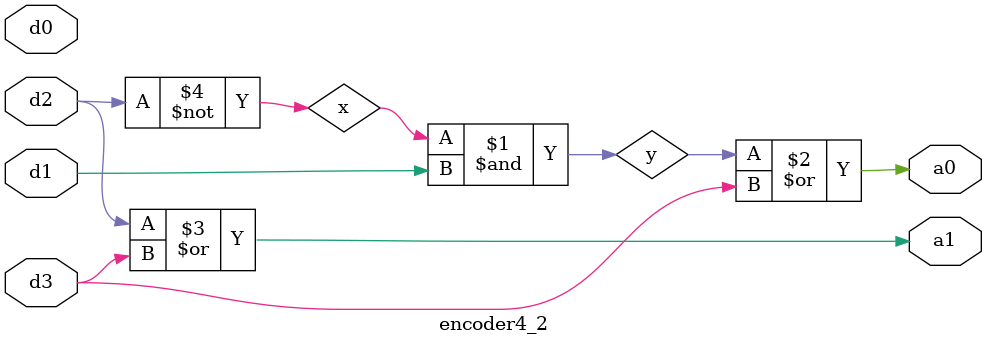
<source format=v>
`timescale 1ns / 1ps

module encoder4_2(
  input d0, d1, d2, d3,
  output a0, a1
);
  wire x, y, z;
  not g1(x, d2);        // x = ~d2
  and g2(y, x, d1);     // y = x & d1
  or g3(a0, y, d3);     // a0 = y | d3
  or g4(a1, d2, d3);    // a1 = d2 | d3
endmodule

</source>
